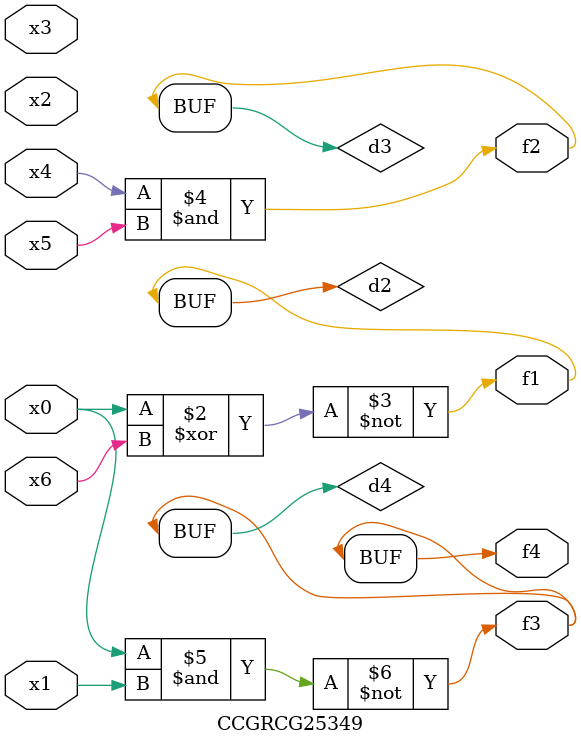
<source format=v>
module CCGRCG25349(
	input x0, x1, x2, x3, x4, x5, x6,
	output f1, f2, f3, f4
);

	wire d1, d2, d3, d4;

	nor (d1, x0);
	xnor (d2, x0, x6);
	and (d3, x4, x5);
	nand (d4, x0, x1);
	assign f1 = d2;
	assign f2 = d3;
	assign f3 = d4;
	assign f4 = d4;
endmodule

</source>
